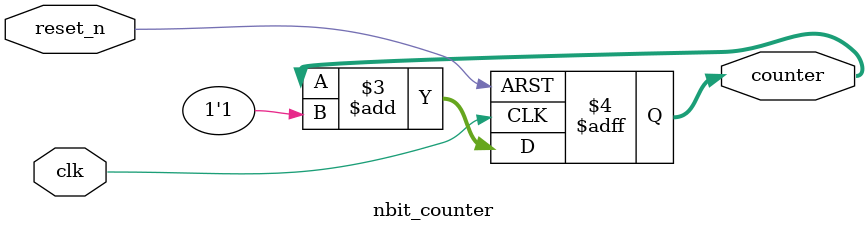
<source format=v>
module nbit_counter 
      # (parameter CNT_WIDTH = 3)
      (
        input clk,
		input reset_n,
		output reg [CNT_WIDTH-1:0] counter);
		
		always @ (posedge clk or negedge reset_n) begin
		    if (!reset_n)
			  counter <= 0;
			else  
			  counter <= counter + 1'b1;
		end
endmodule
</source>
